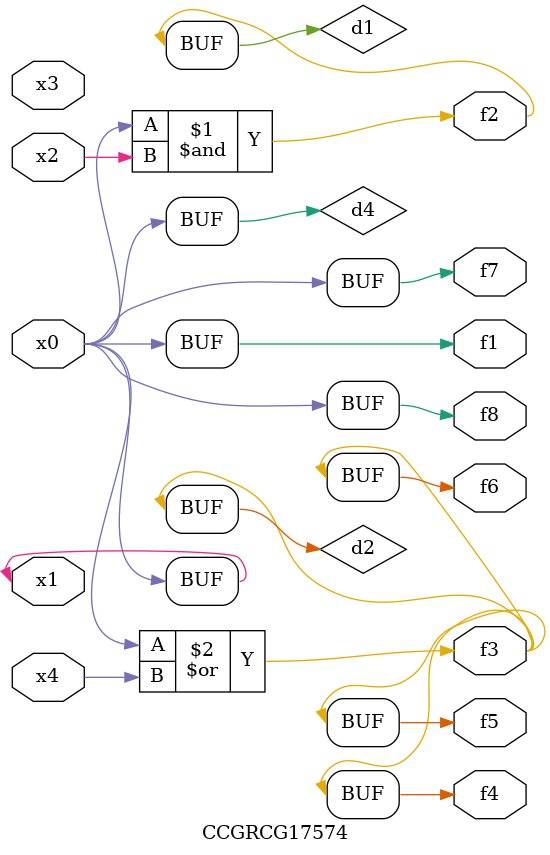
<source format=v>
module CCGRCG17574(
	input x0, x1, x2, x3, x4,
	output f1, f2, f3, f4, f5, f6, f7, f8
);

	wire d1, d2, d3, d4;

	and (d1, x0, x2);
	or (d2, x0, x4);
	nand (d3, x0, x2);
	buf (d4, x0, x1);
	assign f1 = d4;
	assign f2 = d1;
	assign f3 = d2;
	assign f4 = d2;
	assign f5 = d2;
	assign f6 = d2;
	assign f7 = d4;
	assign f8 = d4;
endmodule

</source>
